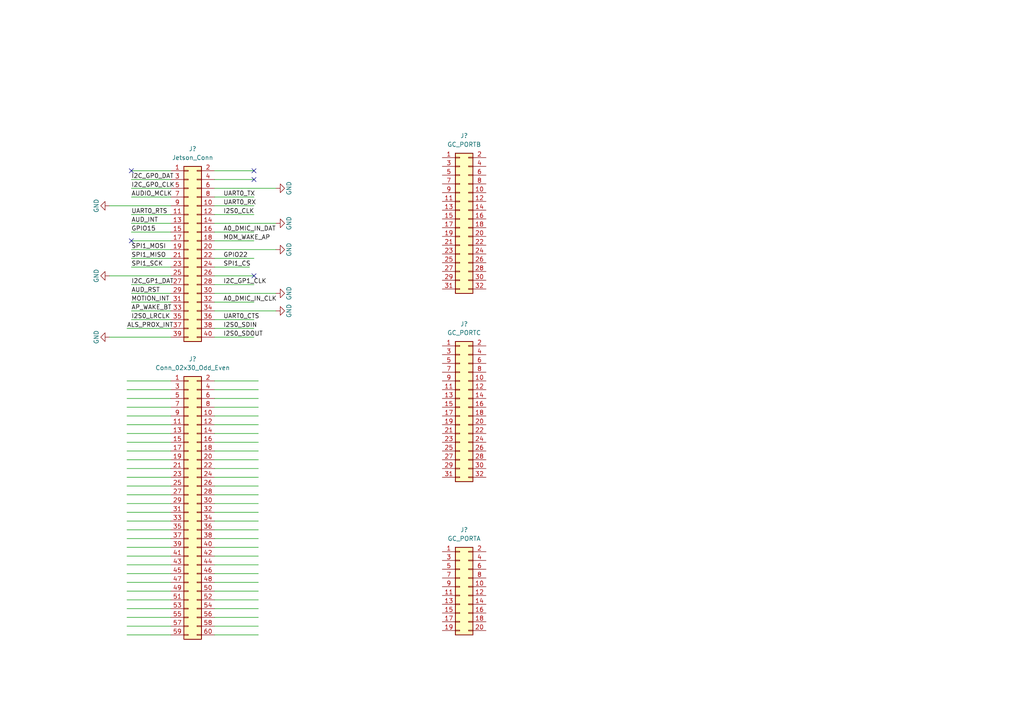
<source format=kicad_sch>
(kicad_sch (version 20211123) (generator eeschema)
  (paper "A4")
  (lib_symbols
    (symbol "Connector_Generic:Conn_02x10_Odd_Even" (pin_names (offset 1.016) hide)
      (property "Reference" "J" (at 1.27 12.7 0))
      (property "Value" "Conn_02x10_Odd_Even" (at 1.27 -15.24 0))
      (symbol "Conn_02x10_Odd_Even_1_1"
        (rectangle (start -1.27 -12.573) (end 0 -12.827) (stroke (width 0.1524)))
        (rectangle (start -1.27 -10.033) (end 0 -10.287) (stroke (width 0.1524)))
        (rectangle (start -1.27 -7.493) (end 0 -7.747) (stroke (width 0.1524)))
        (rectangle (start -1.27 -4.953) (end 0 -5.207) (stroke (width 0.1524)))
        (rectangle (start -1.27 -2.413) (end 0 -2.667) (stroke (width 0.1524)))
        (rectangle (start -1.27 0.127) (end 0 -0.127) (stroke (width 0.1524)))
        (rectangle (start -1.27 2.667) (end 0 2.413) (stroke (width 0.1524)))
        (rectangle (start -1.27 5.207) (end 0 4.953) (stroke (width 0.1524)))
        (rectangle (start -1.27 7.747) (end 0 7.493) (stroke (width 0.1524)))
        (rectangle (start -1.27 10.287) (end 0 10.033) (stroke (width 0.1524)))
        (rectangle (start -1.27 11.43) (end 3.81 -13.97) (stroke (width 0.254)) (fill (type background)))
        (rectangle (start 3.81 -12.573) (end 2.54 -12.827) (stroke (width 0.1524)))
        (rectangle (start 3.81 -10.033) (end 2.54 -10.287) (stroke (width 0.1524)))
        (rectangle (start 3.81 -7.493) (end 2.54 -7.747) (stroke (width 0.1524)))
        (rectangle (start 3.81 -4.953) (end 2.54 -5.207) (stroke (width 0.1524)))
        (rectangle (start 3.81 -2.413) (end 2.54 -2.667) (stroke (width 0.1524)))
        (rectangle (start 3.81 0.127) (end 2.54 -0.127) (stroke (width 0.1524)))
        (rectangle (start 3.81 2.667) (end 2.54 2.413) (stroke (width 0.1524)))
        (rectangle (start 3.81 5.207) (end 2.54 4.953) (stroke (width 0.1524)))
        (rectangle (start 3.81 7.747) (end 2.54 7.493) (stroke (width 0.1524)))
        (rectangle (start 3.81 10.287) (end 2.54 10.033) (stroke (width 0.1524)))
        (pin passive line (at -5.08 10.16 0) (length 3.81) (name "Pin_1") (number "1"))
        (pin passive line (at 7.62 0 180) (length 3.81) (name "Pin_10") (number "10"))
        (pin passive line (at -5.08 -2.54 0) (length 3.81) (name "Pin_11") (number "11"))
        (pin passive line (at 7.62 -2.54 180) (length 3.81) (name "Pin_12") (number "12"))
        (pin passive line (at -5.08 -5.08 0) (length 3.81) (name "Pin_13") (number "13"))
        (pin passive line (at 7.62 -5.08 180) (length 3.81) (name "Pin_14") (number "14"))
        (pin passive line (at -5.08 -7.62 0) (length 3.81) (name "Pin_15") (number "15"))
        (pin passive line (at 7.62 -7.62 180) (length 3.81) (name "Pin_16") (number "16"))
        (pin passive line (at -5.08 -10.16 0) (length 3.81) (name "Pin_17") (number "17"))
        (pin passive line (at 7.62 -10.16 180) (length 3.81) (name "Pin_18") (number "18"))
        (pin passive line (at -5.08 -12.7 0) (length 3.81) (name "Pin_19") (number "19"))
        (pin passive line (at 7.62 10.16 180) (length 3.81) (name "Pin_2") (number "2"))
        (pin passive line (at 7.62 -12.7 180) (length 3.81) (name "Pin_20") (number "20"))
        (pin passive line (at -5.08 7.62 0) (length 3.81) (name "Pin_3") (number "3"))
        (pin passive line (at 7.62 7.62 180) (length 3.81) (name "Pin_4") (number "4"))
        (pin passive line (at -5.08 5.08 0) (length 3.81) (name "Pin_5") (number "5"))
        (pin passive line (at 7.62 5.08 180) (length 3.81) (name "Pin_6") (number "6"))
        (pin passive line (at -5.08 2.54 0) (length 3.81) (name "Pin_7") (number "7"))
        (pin passive line (at 7.62 2.54 180) (length 3.81) (name "Pin_8") (number "8"))
        (pin passive line (at -5.08 0 0) (length 3.81) (name "Pin_9") (number "9"))
      )
    )
    (symbol "Connector_Generic:Conn_02x16_Odd_Even" (pin_names (offset 1.016) hide)
      (property "Reference" "J" (at 1.27 20.32 0))
      (property "Value" "Conn_02x16_Odd_Even" (at 1.27 -22.86 0))
      (symbol "Conn_02x16_Odd_Even_1_1"
        (rectangle (start -1.27 -20.193) (end 0 -20.447) (stroke (width 0.1524)))
        (rectangle (start -1.27 -17.653) (end 0 -17.907) (stroke (width 0.1524)))
        (rectangle (start -1.27 -15.113) (end 0 -15.367) (stroke (width 0.1524)))
        (rectangle (start -1.27 -12.573) (end 0 -12.827) (stroke (width 0.1524)))
        (rectangle (start -1.27 -10.033) (end 0 -10.287) (stroke (width 0.1524)))
        (rectangle (start -1.27 -7.493) (end 0 -7.747) (stroke (width 0.1524)))
        (rectangle (start -1.27 -4.953) (end 0 -5.207) (stroke (width 0.1524)))
        (rectangle (start -1.27 -2.413) (end 0 -2.667) (stroke (width 0.1524)))
        (rectangle (start -1.27 0.127) (end 0 -0.127) (stroke (width 0.1524)))
        (rectangle (start -1.27 2.667) (end 0 2.413) (stroke (width 0.1524)))
        (rectangle (start -1.27 5.207) (end 0 4.953) (stroke (width 0.1524)))
        (rectangle (start -1.27 7.747) (end 0 7.493) (stroke (width 0.1524)))
        (rectangle (start -1.27 10.287) (end 0 10.033) (stroke (width 0.1524)))
        (rectangle (start -1.27 12.827) (end 0 12.573) (stroke (width 0.1524)))
        (rectangle (start -1.27 15.367) (end 0 15.113) (stroke (width 0.1524)))
        (rectangle (start -1.27 17.907) (end 0 17.653) (stroke (width 0.1524)))
        (rectangle (start -1.27 19.05) (end 3.81 -21.59) (stroke (width 0.254)) (fill (type background)))
        (rectangle (start 3.81 -20.193) (end 2.54 -20.447) (stroke (width 0.1524)))
        (rectangle (start 3.81 -17.653) (end 2.54 -17.907) (stroke (width 0.1524)))
        (rectangle (start 3.81 -15.113) (end 2.54 -15.367) (stroke (width 0.1524)))
        (rectangle (start 3.81 -12.573) (end 2.54 -12.827) (stroke (width 0.1524)))
        (rectangle (start 3.81 -10.033) (end 2.54 -10.287) (stroke (width 0.1524)))
        (rectangle (start 3.81 -7.493) (end 2.54 -7.747) (stroke (width 0.1524)))
        (rectangle (start 3.81 -4.953) (end 2.54 -5.207) (stroke (width 0.1524)))
        (rectangle (start 3.81 -2.413) (end 2.54 -2.667) (stroke (width 0.1524)))
        (rectangle (start 3.81 0.127) (end 2.54 -0.127) (stroke (width 0.1524)))
        (rectangle (start 3.81 2.667) (end 2.54 2.413) (stroke (width 0.1524)))
        (rectangle (start 3.81 5.207) (end 2.54 4.953) (stroke (width 0.1524)))
        (rectangle (start 3.81 7.747) (end 2.54 7.493) (stroke (width 0.1524)))
        (rectangle (start 3.81 10.287) (end 2.54 10.033) (stroke (width 0.1524)))
        (rectangle (start 3.81 12.827) (end 2.54 12.573) (stroke (width 0.1524)))
        (rectangle (start 3.81 15.367) (end 2.54 15.113) (stroke (width 0.1524)))
        (rectangle (start 3.81 17.907) (end 2.54 17.653) (stroke (width 0.1524)))
        (pin passive line (at -5.08 17.78 0) (length 3.81) (name "Pin_1") (number "1"))
        (pin passive line (at 7.62 7.62 180) (length 3.81) (name "Pin_10") (number "10"))
        (pin passive line (at -5.08 5.08 0) (length 3.81) (name "Pin_11") (number "11"))
        (pin passive line (at 7.62 5.08 180) (length 3.81) (name "Pin_12") (number "12"))
        (pin passive line (at -5.08 2.54 0) (length 3.81) (name "Pin_13") (number "13"))
        (pin passive line (at 7.62 2.54 180) (length 3.81) (name "Pin_14") (number "14"))
        (pin passive line (at -5.08 0 0) (length 3.81) (name "Pin_15") (number "15"))
        (pin passive line (at 7.62 0 180) (length 3.81) (name "Pin_16") (number "16"))
        (pin passive line (at -5.08 -2.54 0) (length 3.81) (name "Pin_17") (number "17"))
        (pin passive line (at 7.62 -2.54 180) (length 3.81) (name "Pin_18") (number "18"))
        (pin passive line (at -5.08 -5.08 0) (length 3.81) (name "Pin_19") (number "19"))
        (pin passive line (at 7.62 17.78 180) (length 3.81) (name "Pin_2") (number "2"))
        (pin passive line (at 7.62 -5.08 180) (length 3.81) (name "Pin_20") (number "20"))
        (pin passive line (at -5.08 -7.62 0) (length 3.81) (name "Pin_21") (number "21"))
        (pin passive line (at 7.62 -7.62 180) (length 3.81) (name "Pin_22") (number "22"))
        (pin passive line (at -5.08 -10.16 0) (length 3.81) (name "Pin_23") (number "23"))
        (pin passive line (at 7.62 -10.16 180) (length 3.81) (name "Pin_24") (number "24"))
        (pin passive line (at -5.08 -12.7 0) (length 3.81) (name "Pin_25") (number "25"))
        (pin passive line (at 7.62 -12.7 180) (length 3.81) (name "Pin_26") (number "26"))
        (pin passive line (at -5.08 -15.24 0) (length 3.81) (name "Pin_27") (number "27"))
        (pin passive line (at 7.62 -15.24 180) (length 3.81) (name "Pin_28") (number "28"))
        (pin passive line (at -5.08 -17.78 0) (length 3.81) (name "Pin_29") (number "29"))
        (pin passive line (at -5.08 15.24 0) (length 3.81) (name "Pin_3") (number "3"))
        (pin passive line (at 7.62 -17.78 180) (length 3.81) (name "Pin_30") (number "30"))
        (pin passive line (at -5.08 -20.32 0) (length 3.81) (name "Pin_31") (number "31"))
        (pin passive line (at 7.62 -20.32 180) (length 3.81) (name "Pin_32") (number "32"))
        (pin passive line (at 7.62 15.24 180) (length 3.81) (name "Pin_4") (number "4"))
        (pin passive line (at -5.08 12.7 0) (length 3.81) (name "Pin_5") (number "5"))
        (pin passive line (at 7.62 12.7 180) (length 3.81) (name "Pin_6") (number "6"))
        (pin passive line (at -5.08 10.16 0) (length 3.81) (name "Pin_7") (number "7"))
        (pin passive line (at 7.62 10.16 180) (length 3.81) (name "Pin_8") (number "8"))
        (pin passive line (at -5.08 7.62 0) (length 3.81) (name "Pin_9") (number "9"))
      )
    )
    (symbol "Connector_Generic:Conn_02x20_Odd_Even" (pin_names (offset 1.016) hide)
      (property "Reference" "J" (at 1.27 25.4 0))
      (property "Value" "Conn_02x20_Odd_Even" (at 1.27 -27.94 0))
      (symbol "Conn_02x20_Odd_Even_1_1"
        (rectangle (start -1.27 -25.273) (end 0 -25.527) (stroke (width 0.1524)))
        (rectangle (start -1.27 -22.733) (end 0 -22.987) (stroke (width 0.1524)))
        (rectangle (start -1.27 -20.193) (end 0 -20.447) (stroke (width 0.1524)))
        (rectangle (start -1.27 -17.653) (end 0 -17.907) (stroke (width 0.1524)))
        (rectangle (start -1.27 -15.113) (end 0 -15.367) (stroke (width 0.1524)))
        (rectangle (start -1.27 -12.573) (end 0 -12.827) (stroke (width 0.1524)))
        (rectangle (start -1.27 -10.033) (end 0 -10.287) (stroke (width 0.1524)))
        (rectangle (start -1.27 -7.493) (end 0 -7.747) (stroke (width 0.1524)))
        (rectangle (start -1.27 -4.953) (end 0 -5.207) (stroke (width 0.1524)))
        (rectangle (start -1.27 -2.413) (end 0 -2.667) (stroke (width 0.1524)))
        (rectangle (start -1.27 0.127) (end 0 -0.127) (stroke (width 0.1524)))
        (rectangle (start -1.27 2.667) (end 0 2.413) (stroke (width 0.1524)))
        (rectangle (start -1.27 5.207) (end 0 4.953) (stroke (width 0.1524)))
        (rectangle (start -1.27 7.747) (end 0 7.493) (stroke (width 0.1524)))
        (rectangle (start -1.27 10.287) (end 0 10.033) (stroke (width 0.1524)))
        (rectangle (start -1.27 12.827) (end 0 12.573) (stroke (width 0.1524)))
        (rectangle (start -1.27 15.367) (end 0 15.113) (stroke (width 0.1524)))
        (rectangle (start -1.27 17.907) (end 0 17.653) (stroke (width 0.1524)))
        (rectangle (start -1.27 20.447) (end 0 20.193) (stroke (width 0.1524)))
        (rectangle (start -1.27 22.987) (end 0 22.733) (stroke (width 0.1524)))
        (rectangle (start -1.27 24.13) (end 3.81 -26.67) (stroke (width 0.254)) (fill (type background)))
        (rectangle (start 3.81 -25.273) (end 2.54 -25.527) (stroke (width 0.1524)))
        (rectangle (start 3.81 -22.733) (end 2.54 -22.987) (stroke (width 0.1524)))
        (rectangle (start 3.81 -20.193) (end 2.54 -20.447) (stroke (width 0.1524)))
        (rectangle (start 3.81 -17.653) (end 2.54 -17.907) (stroke (width 0.1524)))
        (rectangle (start 3.81 -15.113) (end 2.54 -15.367) (stroke (width 0.1524)))
        (rectangle (start 3.81 -12.573) (end 2.54 -12.827) (stroke (width 0.1524)))
        (rectangle (start 3.81 -10.033) (end 2.54 -10.287) (stroke (width 0.1524)))
        (rectangle (start 3.81 -7.493) (end 2.54 -7.747) (stroke (width 0.1524)))
        (rectangle (start 3.81 -4.953) (end 2.54 -5.207) (stroke (width 0.1524)))
        (rectangle (start 3.81 -2.413) (end 2.54 -2.667) (stroke (width 0.1524)))
        (rectangle (start 3.81 0.127) (end 2.54 -0.127) (stroke (width 0.1524)))
        (rectangle (start 3.81 2.667) (end 2.54 2.413) (stroke (width 0.1524)))
        (rectangle (start 3.81 5.207) (end 2.54 4.953) (stroke (width 0.1524)))
        (rectangle (start 3.81 7.747) (end 2.54 7.493) (stroke (width 0.1524)))
        (rectangle (start 3.81 10.287) (end 2.54 10.033) (stroke (width 0.1524)))
        (rectangle (start 3.81 12.827) (end 2.54 12.573) (stroke (width 0.1524)))
        (rectangle (start 3.81 15.367) (end 2.54 15.113) (stroke (width 0.1524)))
        (rectangle (start 3.81 17.907) (end 2.54 17.653) (stroke (width 0.1524)))
        (rectangle (start 3.81 20.447) (end 2.54 20.193) (stroke (width 0.1524)))
        (rectangle (start 3.81 22.987) (end 2.54 22.733) (stroke (width 0.1524)))
        (pin passive line (at -5.08 22.86 0) (length 3.81) (name "Pin_1") (number "1"))
        (pin passive line (at 7.62 12.7 180) (length 3.81) (name "Pin_10") (number "10"))
        (pin passive line (at -5.08 10.16 0) (length 3.81) (name "Pin_11") (number "11"))
        (pin passive line (at 7.62 10.16 180) (length 3.81) (name "Pin_12") (number "12"))
        (pin passive line (at -5.08 7.62 0) (length 3.81) (name "Pin_13") (number "13"))
        (pin passive line (at 7.62 7.62 180) (length 3.81) (name "Pin_14") (number "14"))
        (pin passive line (at -5.08 5.08 0) (length 3.81) (name "Pin_15") (number "15"))
        (pin passive line (at 7.62 5.08 180) (length 3.81) (name "Pin_16") (number "16"))
        (pin passive line (at -5.08 2.54 0) (length 3.81) (name "Pin_17") (number "17"))
        (pin passive line (at 7.62 2.54 180) (length 3.81) (name "Pin_18") (number "18"))
        (pin passive line (at -5.08 0 0) (length 3.81) (name "Pin_19") (number "19"))
        (pin passive line (at 7.62 22.86 180) (length 3.81) (name "Pin_2") (number "2"))
        (pin passive line (at 7.62 0 180) (length 3.81) (name "Pin_20") (number "20"))
        (pin passive line (at -5.08 -2.54 0) (length 3.81) (name "Pin_21") (number "21"))
        (pin passive line (at 7.62 -2.54 180) (length 3.81) (name "Pin_22") (number "22"))
        (pin passive line (at -5.08 -5.08 0) (length 3.81) (name "Pin_23") (number "23"))
        (pin passive line (at 7.62 -5.08 180) (length 3.81) (name "Pin_24") (number "24"))
        (pin passive line (at -5.08 -7.62 0) (length 3.81) (name "Pin_25") (number "25"))
        (pin passive line (at 7.62 -7.62 180) (length 3.81) (name "Pin_26") (number "26"))
        (pin passive line (at -5.08 -10.16 0) (length 3.81) (name "Pin_27") (number "27"))
        (pin passive line (at 7.62 -10.16 180) (length 3.81) (name "Pin_28") (number "28"))
        (pin passive line (at -5.08 -12.7 0) (length 3.81) (name "Pin_29") (number "29"))
        (pin passive line (at -5.08 20.32 0) (length 3.81) (name "Pin_3") (number "3"))
        (pin passive line (at 7.62 -12.7 180) (length 3.81) (name "Pin_30") (number "30"))
        (pin passive line (at -5.08 -15.24 0) (length 3.81) (name "Pin_31") (number "31"))
        (pin passive line (at 7.62 -15.24 180) (length 3.81) (name "Pin_32") (number "32"))
        (pin passive line (at -5.08 -17.78 0) (length 3.81) (name "Pin_33") (number "33"))
        (pin passive line (at 7.62 -17.78 180) (length 3.81) (name "Pin_34") (number "34"))
        (pin passive line (at -5.08 -20.32 0) (length 3.81) (name "Pin_35") (number "35"))
        (pin passive line (at 7.62 -20.32 180) (length 3.81) (name "Pin_36") (number "36"))
        (pin passive line (at -5.08 -22.86 0) (length 3.81) (name "Pin_37") (number "37"))
        (pin passive line (at 7.62 -22.86 180) (length 3.81) (name "Pin_38") (number "38"))
        (pin passive line (at -5.08 -25.4 0) (length 3.81) (name "Pin_39") (number "39"))
        (pin passive line (at 7.62 20.32 180) (length 3.81) (name "Pin_4") (number "4"))
        (pin passive line (at 7.62 -25.4 180) (length 3.81) (name "Pin_40") (number "40"))
        (pin passive line (at -5.08 17.78 0) (length 3.81) (name "Pin_5") (number "5"))
        (pin passive line (at 7.62 17.78 180) (length 3.81) (name "Pin_6") (number "6"))
        (pin passive line (at -5.08 15.24 0) (length 3.81) (name "Pin_7") (number "7"))
        (pin passive line (at 7.62 15.24 180) (length 3.81) (name "Pin_8") (number "8"))
        (pin passive line (at -5.08 12.7 0) (length 3.81) (name "Pin_9") (number "9"))
      )
    )
    (symbol "Connector_Generic:Conn_02x30_Odd_Even" (pin_names (offset 1.016) hide)
      (property "Reference" "J" (at 1.27 38.1 0))
      (property "Value" "Conn_02x30_Odd_Even" (at 1.27 -40.64 0))
      (symbol "Conn_02x30_Odd_Even_1_1"
        (rectangle (start -1.27 -37.973) (end 0 -38.227) (stroke (width 0.1524)))
        (rectangle (start -1.27 -35.433) (end 0 -35.687) (stroke (width 0.1524)))
        (rectangle (start -1.27 -32.893) (end 0 -33.147) (stroke (width 0.1524)))
        (rectangle (start -1.27 -30.353) (end 0 -30.607) (stroke (width 0.1524)))
        (rectangle (start -1.27 -27.813) (end 0 -28.067) (stroke (width 0.1524)))
        (rectangle (start -1.27 -25.273) (end 0 -25.527) (stroke (width 0.1524)))
        (rectangle (start -1.27 -22.733) (end 0 -22.987) (stroke (width 0.1524)))
        (rectangle (start -1.27 -20.193) (end 0 -20.447) (stroke (width 0.1524)))
        (rectangle (start -1.27 -17.653) (end 0 -17.907) (stroke (width 0.1524)))
        (rectangle (start -1.27 -15.113) (end 0 -15.367) (stroke (width 0.1524)))
        (rectangle (start -1.27 -12.573) (end 0 -12.827) (stroke (width 0.1524)))
        (rectangle (start -1.27 -10.033) (end 0 -10.287) (stroke (width 0.1524)))
        (rectangle (start -1.27 -7.493) (end 0 -7.747) (stroke (width 0.1524)))
        (rectangle (start -1.27 -4.953) (end 0 -5.207) (stroke (width 0.1524)))
        (rectangle (start -1.27 -2.413) (end 0 -2.667) (stroke (width 0.1524)))
        (rectangle (start -1.27 0.127) (end 0 -0.127) (stroke (width 0.1524)))
        (rectangle (start -1.27 2.667) (end 0 2.413) (stroke (width 0.1524)))
        (rectangle (start -1.27 5.207) (end 0 4.953) (stroke (width 0.1524)))
        (rectangle (start -1.27 7.747) (end 0 7.493) (stroke (width 0.1524)))
        (rectangle (start -1.27 10.287) (end 0 10.033) (stroke (width 0.1524)))
        (rectangle (start -1.27 12.827) (end 0 12.573) (stroke (width 0.1524)))
        (rectangle (start -1.27 15.367) (end 0 15.113) (stroke (width 0.1524)))
        (rectangle (start -1.27 17.907) (end 0 17.653) (stroke (width 0.1524)))
        (rectangle (start -1.27 20.447) (end 0 20.193) (stroke (width 0.1524)))
        (rectangle (start -1.27 22.987) (end 0 22.733) (stroke (width 0.1524)))
        (rectangle (start -1.27 25.527) (end 0 25.273) (stroke (width 0.1524)))
        (rectangle (start -1.27 28.067) (end 0 27.813) (stroke (width 0.1524)))
        (rectangle (start -1.27 30.607) (end 0 30.353) (stroke (width 0.1524)))
        (rectangle (start -1.27 33.147) (end 0 32.893) (stroke (width 0.1524)))
        (rectangle (start -1.27 35.687) (end 0 35.433) (stroke (width 0.1524)))
        (rectangle (start -1.27 36.83) (end 3.81 -39.37) (stroke (width 0.254)) (fill (type background)))
        (rectangle (start 3.81 -37.973) (end 2.54 -38.227) (stroke (width 0.1524)))
        (rectangle (start 3.81 -35.433) (end 2.54 -35.687) (stroke (width 0.1524)))
        (rectangle (start 3.81 -32.893) (end 2.54 -33.147) (stroke (width 0.1524)))
        (rectangle (start 3.81 -30.353) (end 2.54 -30.607) (stroke (width 0.1524)))
        (rectangle (start 3.81 -27.813) (end 2.54 -28.067) (stroke (width 0.1524)))
        (rectangle (start 3.81 -25.273) (end 2.54 -25.527) (stroke (width 0.1524)))
        (rectangle (start 3.81 -22.733) (end 2.54 -22.987) (stroke (width 0.1524)))
        (rectangle (start 3.81 -20.193) (end 2.54 -20.447) (stroke (width 0.1524)))
        (rectangle (start 3.81 -17.653) (end 2.54 -17.907) (stroke (width 0.1524)))
        (rectangle (start 3.81 -15.113) (end 2.54 -15.367) (stroke (width 0.1524)))
        (rectangle (start 3.81 -12.573) (end 2.54 -12.827) (stroke (width 0.1524)))
        (rectangle (start 3.81 -10.033) (end 2.54 -10.287) (stroke (width 0.1524)))
        (rectangle (start 3.81 -7.493) (end 2.54 -7.747) (stroke (width 0.1524)))
        (rectangle (start 3.81 -4.953) (end 2.54 -5.207) (stroke (width 0.1524)))
        (rectangle (start 3.81 -2.413) (end 2.54 -2.667) (stroke (width 0.1524)))
        (rectangle (start 3.81 0.127) (end 2.54 -0.127) (stroke (width 0.1524)))
        (rectangle (start 3.81 2.667) (end 2.54 2.413) (stroke (width 0.1524)))
        (rectangle (start 3.81 5.207) (end 2.54 4.953) (stroke (width 0.1524)))
        (rectangle (start 3.81 7.747) (end 2.54 7.493) (stroke (width 0.1524)))
        (rectangle (start 3.81 10.287) (end 2.54 10.033) (stroke (width 0.1524)))
        (rectangle (start 3.81 12.827) (end 2.54 12.573) (stroke (width 0.1524)))
        (rectangle (start 3.81 15.367) (end 2.54 15.113) (stroke (width 0.1524)))
        (rectangle (start 3.81 17.907) (end 2.54 17.653) (stroke (width 0.1524)))
        (rectangle (start 3.81 20.447) (end 2.54 20.193) (stroke (width 0.1524)))
        (rectangle (start 3.81 22.987) (end 2.54 22.733) (stroke (width 0.1524)))
        (rectangle (start 3.81 25.527) (end 2.54 25.273) (stroke (width 0.1524)))
        (rectangle (start 3.81 28.067) (end 2.54 27.813) (stroke (width 0.1524)))
        (rectangle (start 3.81 30.607) (end 2.54 30.353) (stroke (width 0.1524)))
        (rectangle (start 3.81 33.147) (end 2.54 32.893) (stroke (width 0.1524)))
        (rectangle (start 3.81 35.687) (end 2.54 35.433) (stroke (width 0.1524)))
        (pin passive line (at -5.08 35.56 0) (length 3.81) (name "Pin_1") (number "1"))
        (pin passive line (at 7.62 25.4 180) (length 3.81) (name "Pin_10") (number "10"))
        (pin passive line (at -5.08 22.86 0) (length 3.81) (name "Pin_11") (number "11"))
        (pin passive line (at 7.62 22.86 180) (length 3.81) (name "Pin_12") (number "12"))
        (pin passive line (at -5.08 20.32 0) (length 3.81) (name "Pin_13") (number "13"))
        (pin passive line (at 7.62 20.32 180) (length 3.81) (name "Pin_14") (number "14"))
        (pin passive line (at -5.08 17.78 0) (length 3.81) (name "Pin_15") (number "15"))
        (pin passive line (at 7.62 17.78 180) (length 3.81) (name "Pin_16") (number "16"))
        (pin passive line (at -5.08 15.24 0) (length 3.81) (name "Pin_17") (number "17"))
        (pin passive line (at 7.62 15.24 180) (length 3.81) (name "Pin_18") (number "18"))
        (pin passive line (at -5.08 12.7 0) (length 3.81) (name "Pin_19") (number "19"))
        (pin passive line (at 7.62 35.56 180) (length 3.81) (name "Pin_2") (number "2"))
        (pin passive line (at 7.62 12.7 180) (length 3.81) (name "Pin_20") (number "20"))
        (pin passive line (at -5.08 10.16 0) (length 3.81) (name "Pin_21") (number "21"))
        (pin passive line (at 7.62 10.16 180) (length 3.81) (name "Pin_22") (number "22"))
        (pin passive line (at -5.08 7.62 0) (length 3.81) (name "Pin_23") (number "23"))
        (pin passive line (at 7.62 7.62 180) (length 3.81) (name "Pin_24") (number "24"))
        (pin passive line (at -5.08 5.08 0) (length 3.81) (name "Pin_25") (number "25"))
        (pin passive line (at 7.62 5.08 180) (length 3.81) (name "Pin_26") (number "26"))
        (pin passive line (at -5.08 2.54 0) (length 3.81) (name "Pin_27") (number "27"))
        (pin passive line (at 7.62 2.54 180) (length 3.81) (name "Pin_28") (number "28"))
        (pin passive line (at -5.08 0 0) (length 3.81) (name "Pin_29") (number "29"))
        (pin passive line (at -5.08 33.02 0) (length 3.81) (name "Pin_3") (number "3"))
        (pin passive line (at 7.62 0 180) (length 3.81) (name "Pin_30") (number "30"))
        (pin passive line (at -5.08 -2.54 0) (length 3.81) (name "Pin_31") (number "31"))
        (pin passive line (at 7.62 -2.54 180) (length 3.81) (name "Pin_32") (number "32"))
        (pin passive line (at -5.08 -5.08 0) (length 3.81) (name "Pin_33") (number "33"))
        (pin passive line (at 7.62 -5.08 180) (length 3.81) (name "Pin_34") (number "34"))
        (pin passive line (at -5.08 -7.62 0) (length 3.81) (name "Pin_35") (number "35"))
        (pin passive line (at 7.62 -7.62 180) (length 3.81) (name "Pin_36") (number "36"))
        (pin passive line (at -5.08 -10.16 0) (length 3.81) (name "Pin_37") (number "37"))
        (pin passive line (at 7.62 -10.16 180) (length 3.81) (name "Pin_38") (number "38"))
        (pin passive line (at -5.08 -12.7 0) (length 3.81) (name "Pin_39") (number "39"))
        (pin passive line (at 7.62 33.02 180) (length 3.81) (name "Pin_4") (number "4"))
        (pin passive line (at 7.62 -12.7 180) (length 3.81) (name "Pin_40") (number "40"))
        (pin passive line (at -5.08 -15.24 0) (length 3.81) (name "Pin_41") (number "41"))
        (pin passive line (at 7.62 -15.24 180) (length 3.81) (name "Pin_42") (number "42"))
        (pin passive line (at -5.08 -17.78 0) (length 3.81) (name "Pin_43") (number "43"))
        (pin passive line (at 7.62 -17.78 180) (length 3.81) (name "Pin_44") (number "44"))
        (pin passive line (at -5.08 -20.32 0) (length 3.81) (name "Pin_45") (number "45"))
        (pin passive line (at 7.62 -20.32 180) (length 3.81) (name "Pin_46") (number "46"))
        (pin passive line (at -5.08 -22.86 0) (length 3.81) (name "Pin_47") (number "47"))
        (pin passive line (at 7.62 -22.86 180) (length 3.81) (name "Pin_48") (number "48"))
        (pin passive line (at -5.08 -25.4 0) (length 3.81) (name "Pin_49") (number "49"))
        (pin passive line (at -5.08 30.48 0) (length 3.81) (name "Pin_5") (number "5"))
        (pin passive line (at 7.62 -25.4 180) (length 3.81) (name "Pin_50") (number "50"))
        (pin passive line (at -5.08 -27.94 0) (length 3.81) (name "Pin_51") (number "51"))
        (pin passive line (at 7.62 -27.94 180) (length 3.81) (name "Pin_52") (number "52"))
        (pin passive line (at -5.08 -30.48 0) (length 3.81) (name "Pin_53") (number "53"))
        (pin passive line (at 7.62 -30.48 180) (length 3.81) (name "Pin_54") (number "54"))
        (pin passive line (at -5.08 -33.02 0) (length 3.81) (name "Pin_55") (number "55"))
        (pin passive line (at 7.62 -33.02 180) (length 3.81) (name "Pin_56") (number "56"))
        (pin passive line (at -5.08 -35.56 0) (length 3.81) (name "Pin_57") (number "57"))
        (pin passive line (at 7.62 -35.56 180) (length 3.81) (name "Pin_58") (number "58"))
        (pin passive line (at -5.08 -38.1 0) (length 3.81) (name "Pin_59") (number "59"))
        (pin passive line (at 7.62 30.48 180) (length 3.81) (name "Pin_6") (number "6"))
        (pin passive line (at 7.62 -38.1 180) (length 3.81) (name "Pin_60") (number "60"))
        (pin passive line (at -5.08 27.94 0) (length 3.81) (name "Pin_7") (number "7"))
        (pin passive line (at 7.62 27.94 180) (length 3.81) (name "Pin_8") (number "8"))
        (pin passive line (at -5.08 25.4 0) (length 3.81) (name "Pin_9") (number "9"))
      )
    )
    (symbol "power:GND" (power) (pin_names (offset 0))
      (property "Value" "GND" (at 0 -3.81 0))
      (symbol "GND_0_1"
        (polyline (pts (xy 0 0) (xy 0 -1.27) (xy 1.27 -1.27) (xy 0 -2.54) (xy -1.27 -1.27) (xy 0 -1.27)))
      )
      (symbol "GND_1_1"
        (pin power_in line (at 0 0 270) (length 0) hide (name "GND") (number "1"))
      )
    )
  )
  (no_connect (at 38.1 49.53))
  (no_connect (at 73.66 49.53))
  (no_connect (at 38.1 69.85))
  (no_connect (at 73.66 52.07))
  (no_connect (at 73.66 80.01))
  (wire (pts (xy 36.83 153.67) (xy 49.53 153.67)))
  (wire (pts (xy 36.83 125.73) (xy 49.53 125.73)))
  (wire (pts (xy 62.23 146.05) (xy 74.93 146.05)))
  (wire (pts (xy 62.23 158.75) (xy 74.93 158.75)))
  (wire (pts (xy 62.23 151.13) (xy 74.93 151.13)))
  (wire (pts (xy 38.1 77.47) (xy 49.53 77.47)))
  (wire (pts (xy 62.23 179.07) (xy 74.93 179.07)))
  (wire (pts (xy 62.23 123.19) (xy 74.93 123.19)))
  (wire (pts (xy 62.23 95.25) (xy 73.66 95.25)))
  (wire (pts (xy 36.83 140.97) (xy 49.53 140.97)))
  (wire (pts (xy 36.83 143.51) (xy 49.53 143.51)))
  (wire (pts (xy 62.23 161.29) (xy 74.93 161.29)))
  (wire (pts (xy 36.83 115.57) (xy 49.53 115.57)))
  (wire (pts (xy 62.23 181.61) (xy 74.93 181.61)))
  (wire (pts (xy 36.83 173.99) (xy 49.53 173.99)))
  (wire (pts (xy 62.23 153.67) (xy 74.93 153.67)))
  (wire (pts (xy 62.23 163.83) (xy 74.93 163.83)))
  (wire (pts (xy 62.23 64.77) (xy 80.01 64.77)))
  (wire (pts (xy 36.83 156.21) (xy 49.53 156.21)))
  (wire (pts (xy 62.23 92.71) (xy 73.66 92.71)))
  (wire (pts (xy 38.1 62.23) (xy 49.53 62.23)))
  (wire (pts (xy 36.83 130.81) (xy 49.53 130.81)))
  (wire (pts (xy 62.23 77.47) (xy 72.39 77.47)))
  (wire (pts (xy 31.75 97.79) (xy 49.53 97.79)))
  (wire (pts (xy 36.83 163.83) (xy 49.53 163.83)))
  (wire (pts (xy 36.83 128.27) (xy 49.53 128.27)))
  (wire (pts (xy 62.23 128.27) (xy 74.93 128.27)))
  (wire (pts (xy 62.23 49.53) (xy 73.66 49.53)))
  (wire (pts (xy 38.1 74.93) (xy 49.53 74.93)))
  (wire (pts (xy 38.1 85.09) (xy 49.53 85.09)))
  (wire (pts (xy 36.83 171.45) (xy 49.53 171.45)))
  (wire (pts (xy 62.23 67.31) (xy 73.66 67.31)))
  (wire (pts (xy 36.83 110.49) (xy 49.53 110.49)))
  (wire (pts (xy 36.83 161.29) (xy 49.53 161.29)))
  (wire (pts (xy 62.23 80.01) (xy 73.66 80.01)))
  (wire (pts (xy 62.23 87.63) (xy 73.66 87.63)))
  (wire (pts (xy 36.83 168.91) (xy 49.53 168.91)))
  (wire (pts (xy 62.23 130.81) (xy 74.93 130.81)))
  (wire (pts (xy 36.83 123.19) (xy 49.53 123.19)))
  (wire (pts (xy 62.23 168.91) (xy 74.93 168.91)))
  (wire (pts (xy 36.83 113.03) (xy 49.53 113.03)))
  (wire (pts (xy 62.23 148.59) (xy 74.93 148.59)))
  (wire (pts (xy 36.83 146.05) (xy 49.53 146.05)))
  (wire (pts (xy 62.23 125.73) (xy 74.93 125.73)))
  (wire (pts (xy 62.23 115.57) (xy 74.93 115.57)))
  (wire (pts (xy 38.1 72.39) (xy 49.53 72.39)))
  (wire (pts (xy 62.23 120.65) (xy 74.93 120.65)))
  (wire (pts (xy 36.83 151.13) (xy 49.53 151.13)))
  (wire (pts (xy 36.83 158.75) (xy 49.53 158.75)))
  (wire (pts (xy 62.23 143.51) (xy 74.93 143.51)))
  (wire (pts (xy 36.83 135.89) (xy 49.53 135.89)))
  (wire (pts (xy 62.23 85.09) (xy 80.01 85.09)))
  (wire (pts (xy 36.83 184.15) (xy 49.53 184.15)))
  (wire (pts (xy 62.23 72.39) (xy 80.01 72.39)))
  (wire (pts (xy 62.23 173.99) (xy 74.93 173.99)))
  (wire (pts (xy 62.23 54.61) (xy 80.01 54.61)))
  (wire (pts (xy 38.1 52.07) (xy 49.53 52.07)))
  (wire (pts (xy 38.1 69.85) (xy 49.53 69.85)))
  (wire (pts (xy 38.1 57.15) (xy 49.53 57.15)))
  (wire (pts (xy 38.1 64.77) (xy 49.53 64.77)))
  (wire (pts (xy 62.23 156.21) (xy 74.93 156.21)))
  (wire (pts (xy 36.83 95.25) (xy 49.53 95.25)))
  (wire (pts (xy 36.83 120.65) (xy 49.53 120.65)))
  (wire (pts (xy 62.23 110.49) (xy 74.93 110.49)))
  (wire (pts (xy 62.23 176.53) (xy 74.93 176.53)))
  (wire (pts (xy 62.23 184.15) (xy 74.93 184.15)))
  (wire (pts (xy 62.23 82.55) (xy 73.66 82.55)))
  (wire (pts (xy 38.1 92.71) (xy 49.53 92.71)))
  (wire (pts (xy 62.23 62.23) (xy 73.66 62.23)))
  (wire (pts (xy 38.1 82.55) (xy 49.53 82.55)))
  (wire (pts (xy 36.83 166.37) (xy 49.53 166.37)))
  (wire (pts (xy 62.23 135.89) (xy 74.93 135.89)))
  (wire (pts (xy 62.23 118.11) (xy 74.93 118.11)))
  (wire (pts (xy 62.23 138.43) (xy 74.93 138.43)))
  (wire (pts (xy 36.83 179.07) (xy 49.53 179.07)))
  (wire (pts (xy 62.23 69.85) (xy 73.66 69.85)))
  (wire (pts (xy 62.23 59.69) (xy 73.66 59.69)))
  (wire (pts (xy 31.75 80.01) (xy 49.53 80.01)))
  (wire (pts (xy 36.83 176.53) (xy 49.53 176.53)))
  (wire (pts (xy 62.23 57.15) (xy 73.66 57.15)))
  (wire (pts (xy 62.23 140.97) (xy 74.93 140.97)))
  (wire (pts (xy 62.23 166.37) (xy 74.93 166.37)))
  (wire (pts (xy 62.23 90.17) (xy 80.01 90.17)))
  (wire (pts (xy 38.1 54.61) (xy 49.53 54.61)))
  (wire (pts (xy 38.1 90.17) (xy 49.53 90.17)))
  (wire (pts (xy 62.23 113.03) (xy 74.93 113.03)))
  (wire (pts (xy 36.83 181.61) (xy 49.53 181.61)))
  (wire (pts (xy 38.1 67.31) (xy 49.53 67.31)))
  (wire (pts (xy 62.23 52.07) (xy 73.66 52.07)))
  (wire (pts (xy 31.75 59.69) (xy 49.53 59.69)))
  (wire (pts (xy 62.23 133.35) (xy 74.93 133.35)))
  (wire (pts (xy 36.83 118.11) (xy 49.53 118.11)))
  (wire (pts (xy 62.23 171.45) (xy 74.93 171.45)))
  (wire (pts (xy 62.23 97.79) (xy 73.66 97.79)))
  (wire (pts (xy 38.1 49.53) (xy 49.53 49.53)))
  (wire (pts (xy 36.83 133.35) (xy 49.53 133.35)))
  (wire (pts (xy 38.1 87.63) (xy 49.53 87.63)))
  (wire (pts (xy 36.83 138.43) (xy 49.53 138.43)))
  (wire (pts (xy 36.83 148.59) (xy 49.53 148.59)))
  (wire (pts (xy 62.23 74.93) (xy 73.66 74.93)))
  (label "MOTION_INT" (at 38.1 87.63 0))
  (label "GPIO15" (at 38.1 67.31 0))
  (label "AUD_RST" (at 38.1 85.09 0))
  (label "UART0_RX" (at 64.77 59.69 0))
  (label "A0_DMIC_IN_DAT" (at 64.77 67.31 0))
  (label "I2C_GP1_DAT" (at 38.1 82.55 0))
  (label "I2C_GP0_DAT" (at 38.1 52.07 0))
  (label "UART0_TX" (at 64.77 57.15 0))
  (label "SPI1_SCK" (at 38.1 77.47 0))
  (label "MDM_WAKE_AP" (at 64.77 69.85 0))
  (label "SPI1_MISO" (at 38.1 74.93 0))
  (label "I2S0_SDOUT" (at 64.77 97.79 0))
  (label "ALS_PROX_INT" (at 36.83 95.25 0))
  (label "I2C_GP0_CLK" (at 38.1 54.61 0))
  (label "I2C_GP1_CLK" (at 64.77 82.55 0))
  (label "AP_WAKE_BT" (at 38.1 90.17 0))
  (label "I2S0_CLK" (at 64.77 62.23 0))
  (label "UART0_RTS" (at 38.1 62.23 0))
  (label "I2S0_LRCLK" (at 38.1 92.71 0))
  (label "AUDIO_MCLK" (at 38.1 57.15 0))
  (label "SPI1_CS" (at 64.77 77.47 0))
  (label "I2S0_SDIN" (at 64.77 95.25 0))
  (label "SPI1_MOSI" (at 38.1 72.39 0))
  (label "GPIO22" (at 64.77 74.93 0))
  (label "AUD_INT" (at 38.1 64.77 0))
  (label "UART0_CTS" (at 64.77 92.71 0))
  (label "A0_DMIC_IN_CLK" (at 64.77 87.63 0))
  (symbol (lib_id "power:GND") (at 31.75 97.79 270) (unit 1)
    (property "Reference" "#PWR?" (effects hide))
    (property "Value" "GND" (at 27.94 97.79 0))
  )
  (symbol (lib_id "Connector_Generic:Conn_02x16_Odd_Even") (at 133.35 63.5 0) (unit 1)
    (property "Reference" "J?" (at 134.62 39.37 0))
    (property "Value" "GC_PORTB" (at 134.62 41.91 0))
  )
  (symbol (lib_id "power:GND") (at 80.01 72.39 90) (unit 1)
    (property "Reference" "#PWR?" (effects hide))
    (property "Value" "GND" (at 83.82 72.39 0))
  )
  (symbol (lib_id "power:GND") (at 80.01 90.17 90) (unit 1)
    (property "Reference" "#PWR?" (effects hide))
    (property "Value" "GND" (at 83.82 90.17 0))
  )
  (symbol (lib_id "Connector_Generic:Conn_02x10_Odd_Even") (at 133.35 170.18 0) (unit 1)
    (property "Reference" "J?" (at 134.62 153.67 0))
    (property "Value" "GC_PORTA" (at 134.62 156.21 0))
  )
  (symbol (lib_id "Connector_Generic:Conn_02x30_Odd_Even") (at 54.61 146.05 0) (unit 1)
    (property "Reference" "J?" (at 55.88 104.14 0))
    (property "Value" "Conn_02x30_Odd_Even" (at 55.88 106.68 0))
  )
  (symbol (lib_id "power:GND") (at 80.01 85.09 90) (unit 1)
    (property "Reference" "#PWR?" (effects hide))
    (property "Value" "GND" (at 83.82 85.09 0))
  )
  (symbol (lib_id "Connector_Generic:Conn_02x16_Odd_Even") (at 133.35 118.11 0) (unit 1)
    (property "Reference" "J?" (at 134.62 93.98 0))
    (property "Value" "GC_PORTC" (at 134.62 96.52 0))
  )
  (symbol (lib_id "power:GND") (at 80.01 54.61 90) (unit 1)
    (property "Reference" "#PWR?" (effects hide))
    (property "Value" "GND" (at 83.82 54.61 0))
  )
  (symbol (lib_id "power:GND") (at 31.75 80.01 270) (unit 1)
    (property "Reference" "#PWR?" (effects hide))
    (property "Value" "GND" (at 27.94 80.01 0))
  )
  (symbol (lib_id "power:GND") (at 31.75 59.69 270) (unit 1)
    (property "Reference" "#PWR?" (effects hide))
    (property "Value" "GND" (at 27.94 59.69 0))
  )
  (symbol (lib_id "power:GND") (at 80.01 64.77 90) (unit 1)
    (property "Reference" "#PWR?" (effects hide))
    (property "Value" "GND" (at 83.82 64.77 0))
  )
  (symbol (lib_id "Connector_Generic:Conn_02x20_Odd_Even") (at 54.61 72.39 0) (unit 1)
    (property "Reference" "J?" (at 55.88 43.18 0))
    (property "Value" "Jetson_Conn" (at 55.88 45.72 0))
  )
)
</source>
